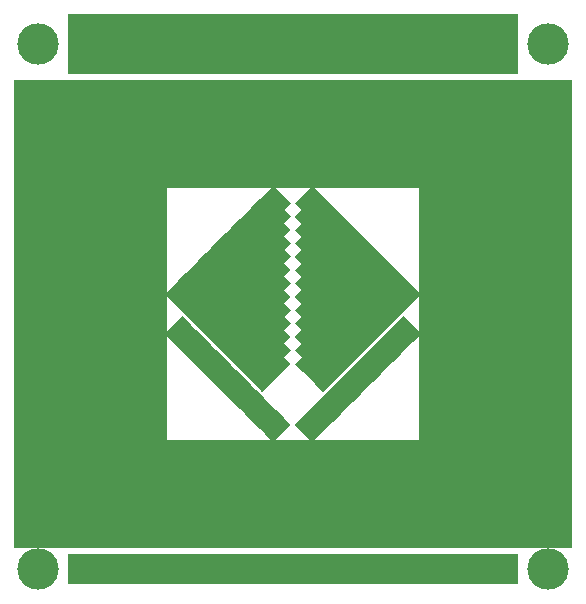
<source format=gbs>
G04 #@! TF.FileFunction,Soldermask,Bot*
%FSLAX46Y46*%
G04 Gerber Fmt 4.6, Leading zero omitted, Abs format (unit mm)*
G04 Created by KiCad (PCBNEW 4.0.4-stable) date Saturday, October 22, 2016 'PMt' 11:23:18 PM*
%MOMM*%
%LPD*%
G01*
G04 APERTURE LIST*
%ADD10C,0.150000*%
%ADD11R,2.506980X2.506980*%
%ADD12R,1.508760X1.508760*%
%ADD13C,3.508000*%
G04 APERTURE END LIST*
D10*
D11*
X32210000Y-26960000D03*
X34750000Y-26960000D03*
X37290000Y-26960000D03*
X39830000Y-26960000D03*
X42370000Y-26960000D03*
X44910000Y-26960000D03*
X47450000Y-26960000D03*
X49990000Y-26960000D03*
X52530000Y-26960000D03*
X55070000Y-26960000D03*
X57610000Y-26960000D03*
X60150000Y-26960000D03*
X62690000Y-26960000D03*
X65230000Y-26960000D03*
X67770000Y-26960000D03*
X57610000Y-72680000D03*
X60150000Y-72680000D03*
X55070000Y-72680000D03*
X52530000Y-72680000D03*
X49990000Y-72680000D03*
X47450000Y-72680000D03*
X44910000Y-72680000D03*
X32210000Y-72680000D03*
X34750000Y-72680000D03*
X37290000Y-72680000D03*
X39830000Y-72680000D03*
X42370000Y-72680000D03*
X62690000Y-72680000D03*
X65230000Y-72680000D03*
X67770000Y-72680000D03*
D12*
X48720000Y-62520000D03*
X47450000Y-62520000D03*
X46180000Y-62520000D03*
X44910000Y-62520000D03*
X43640000Y-62520000D03*
X42370000Y-62520000D03*
X41100000Y-62520000D03*
X39830000Y-62520000D03*
X38560000Y-61250000D03*
X38560000Y-59980000D03*
X38560000Y-58710000D03*
X38560000Y-57440000D03*
X38560000Y-56170000D03*
X38560000Y-54900000D03*
X38560000Y-53630000D03*
X38560000Y-52360000D03*
X38560000Y-49820000D03*
X38560000Y-48550000D03*
X38560000Y-47280000D03*
X38560000Y-46010000D03*
X38560000Y-44740000D03*
X38560000Y-43470000D03*
X38560000Y-42200000D03*
X38560000Y-40930000D03*
X39830000Y-39660000D03*
X41100000Y-39660000D03*
X42370000Y-39660000D03*
X43640000Y-39660000D03*
X44910000Y-39660000D03*
X46180000Y-39660000D03*
X47450000Y-39660000D03*
X48720000Y-39660000D03*
X51260000Y-39660000D03*
X52530000Y-39660000D03*
X53800000Y-39660000D03*
X55070000Y-39660000D03*
X56340000Y-39660000D03*
X57610000Y-39660000D03*
X58880000Y-39660000D03*
X60150000Y-39660000D03*
X61420000Y-40930000D03*
X61420000Y-42200000D03*
X61420000Y-43470000D03*
X61420000Y-44740000D03*
X61420000Y-46010000D03*
X61420000Y-47280000D03*
X61420000Y-48550000D03*
X61420000Y-49820000D03*
X61420000Y-52360000D03*
X61420000Y-53630000D03*
X61420000Y-54900000D03*
X61420000Y-56170000D03*
X61420000Y-57440000D03*
X61420000Y-58710000D03*
X61420000Y-59980000D03*
X61420000Y-61250000D03*
X60150000Y-62520000D03*
X58880000Y-62520000D03*
X57610000Y-62520000D03*
X56340000Y-62520000D03*
X55070000Y-62520000D03*
X53800000Y-62520000D03*
X52530000Y-62520000D03*
X51260000Y-62520000D03*
D10*
G36*
X49818880Y-60459165D02*
X48328299Y-61949746D01*
X47615536Y-61236983D01*
X49106117Y-59746402D01*
X49818880Y-60459165D01*
X49818880Y-60459165D01*
G37*
G36*
X49253194Y-59893479D02*
X47762613Y-61384060D01*
X47049850Y-60671297D01*
X48540431Y-59180716D01*
X49253194Y-59893479D01*
X49253194Y-59893479D01*
G37*
G36*
X48687509Y-59327794D02*
X47196928Y-60818375D01*
X46484165Y-60105612D01*
X47974746Y-58615031D01*
X48687509Y-59327794D01*
X48687509Y-59327794D01*
G37*
G36*
X48121824Y-58762108D02*
X46631243Y-60252689D01*
X45918480Y-59539926D01*
X47409061Y-58049345D01*
X48121824Y-58762108D01*
X48121824Y-58762108D01*
G37*
G36*
X47556138Y-58196423D02*
X46065557Y-59687004D01*
X45352794Y-58974241D01*
X46843375Y-57483660D01*
X47556138Y-58196423D01*
X47556138Y-58196423D01*
G37*
G36*
X46990453Y-57630737D02*
X45499872Y-59121318D01*
X44787109Y-58408555D01*
X46277690Y-56917974D01*
X46990453Y-57630737D01*
X46990453Y-57630737D01*
G37*
G36*
X46424767Y-57065052D02*
X44934186Y-58555633D01*
X44221423Y-57842870D01*
X45712004Y-56352289D01*
X46424767Y-57065052D01*
X46424767Y-57065052D01*
G37*
G36*
X45859082Y-56499367D02*
X44368501Y-57989948D01*
X43655738Y-57277185D01*
X45146319Y-55786604D01*
X45859082Y-56499367D01*
X45859082Y-56499367D01*
G37*
G36*
X45293396Y-55933681D02*
X43802815Y-57424262D01*
X43090052Y-56711499D01*
X44580633Y-55220918D01*
X45293396Y-55933681D01*
X45293396Y-55933681D01*
G37*
G36*
X44727711Y-55367996D02*
X43237130Y-56858577D01*
X42524367Y-56145814D01*
X44014948Y-54655233D01*
X44727711Y-55367996D01*
X44727711Y-55367996D01*
G37*
G36*
X44162026Y-54802310D02*
X42671445Y-56292891D01*
X41958682Y-55580128D01*
X43449263Y-54089547D01*
X44162026Y-54802310D01*
X44162026Y-54802310D01*
G37*
G36*
X43596340Y-54236625D02*
X42105759Y-55727206D01*
X41392996Y-55014443D01*
X42883577Y-53523862D01*
X43596340Y-54236625D01*
X43596340Y-54236625D01*
G37*
G36*
X43030655Y-53670939D02*
X41540074Y-55161520D01*
X40827311Y-54448757D01*
X42317892Y-52958176D01*
X43030655Y-53670939D01*
X43030655Y-53670939D01*
G37*
G36*
X42464969Y-53105254D02*
X40974388Y-54595835D01*
X40261625Y-53883072D01*
X41752206Y-52392491D01*
X42464969Y-53105254D01*
X42464969Y-53105254D01*
G37*
G36*
X41899284Y-52539569D02*
X40408703Y-54030150D01*
X39695940Y-53317387D01*
X41186521Y-51826806D01*
X41899284Y-52539569D01*
X41899284Y-52539569D01*
G37*
G36*
X41333598Y-51973883D02*
X39843017Y-53464464D01*
X39130254Y-52751701D01*
X40620835Y-51261120D01*
X41333598Y-51973883D01*
X41333598Y-51973883D01*
G37*
G36*
X47409060Y-57707105D02*
X39130254Y-49428299D01*
X39843018Y-48715535D01*
X48121824Y-56994341D01*
X47409060Y-57707105D01*
X47409060Y-57707105D01*
G37*
G36*
X47974745Y-57141420D02*
X39695939Y-48862614D01*
X40408703Y-48149850D01*
X48687509Y-56428656D01*
X47974745Y-57141420D01*
X47974745Y-57141420D01*
G37*
G36*
X48540431Y-56575734D02*
X40261625Y-48296928D01*
X40974389Y-47584164D01*
X49253195Y-55862970D01*
X48540431Y-56575734D01*
X48540431Y-56575734D01*
G37*
G36*
X49106116Y-56010049D02*
X40827310Y-47731243D01*
X41540074Y-47018479D01*
X49818880Y-55297285D01*
X49106116Y-56010049D01*
X49106116Y-56010049D01*
G37*
G36*
X49106117Y-54878678D02*
X41392996Y-47165557D01*
X42105759Y-46452794D01*
X49818880Y-54165915D01*
X49106117Y-54878678D01*
X49106117Y-54878678D01*
G37*
G36*
X49106117Y-53747307D02*
X41958682Y-46599872D01*
X42671445Y-45887109D01*
X49818880Y-53034544D01*
X49106117Y-53747307D01*
X49106117Y-53747307D01*
G37*
G36*
X49106116Y-52615937D02*
X42524366Y-46034187D01*
X43237130Y-45321423D01*
X49818880Y-51903173D01*
X49106116Y-52615937D01*
X49106116Y-52615937D01*
G37*
G36*
X49106116Y-51484566D02*
X43090052Y-45468502D01*
X43802816Y-44755738D01*
X49818880Y-50771802D01*
X49106116Y-51484566D01*
X49106116Y-51484566D01*
G37*
G36*
X49106117Y-50353194D02*
X43655738Y-44902815D01*
X44368501Y-44190052D01*
X49818880Y-49640431D01*
X49106117Y-50353194D01*
X49106117Y-50353194D01*
G37*
G36*
X49106117Y-49221824D02*
X44221423Y-44337130D01*
X44934187Y-43624366D01*
X49818881Y-48509060D01*
X49106117Y-49221824D01*
X49106117Y-49221824D01*
G37*
G36*
X49106116Y-48090453D02*
X44787108Y-43771445D01*
X45499872Y-43058681D01*
X49818880Y-47377689D01*
X49106116Y-48090453D01*
X49106116Y-48090453D01*
G37*
G36*
X49106117Y-46959082D02*
X45352794Y-43205759D01*
X46065557Y-42492996D01*
X49818880Y-46246319D01*
X49106117Y-46959082D01*
X49106117Y-46959082D01*
G37*
G36*
X49106117Y-45827712D02*
X45918479Y-42640074D01*
X46631243Y-41927310D01*
X49818881Y-45114948D01*
X49106117Y-45827712D01*
X49106117Y-45827712D01*
G37*
G36*
X49106116Y-44696341D02*
X46484164Y-42074389D01*
X47196928Y-41361625D01*
X49818880Y-43983577D01*
X49106116Y-44696341D01*
X49106116Y-44696341D01*
G37*
G36*
X49106116Y-43564970D02*
X47049850Y-41508704D01*
X47762614Y-40795940D01*
X49818880Y-42852206D01*
X49106116Y-43564970D01*
X49106116Y-43564970D01*
G37*
G36*
X49106117Y-42433598D02*
X47615536Y-40943017D01*
X48328299Y-40230254D01*
X49818880Y-41720835D01*
X49106117Y-42433598D01*
X49106117Y-42433598D01*
G37*
G36*
X52364464Y-40943017D02*
X50873883Y-42433598D01*
X50161120Y-41720835D01*
X51651701Y-40230254D01*
X52364464Y-40943017D01*
X52364464Y-40943017D01*
G37*
G36*
X52930150Y-41508704D02*
X50873884Y-43564970D01*
X50161120Y-42852206D01*
X52217386Y-40795940D01*
X52930150Y-41508704D01*
X52930150Y-41508704D01*
G37*
G36*
X53495836Y-42074389D02*
X50873884Y-44696341D01*
X50161120Y-43983577D01*
X52783072Y-41361625D01*
X53495836Y-42074389D01*
X53495836Y-42074389D01*
G37*
G36*
X54061521Y-42640074D02*
X50873883Y-45827712D01*
X50161119Y-45114948D01*
X53348757Y-41927310D01*
X54061521Y-42640074D01*
X54061521Y-42640074D01*
G37*
G36*
X54627206Y-43205759D02*
X50873883Y-46959082D01*
X50161120Y-46246319D01*
X53914443Y-42492996D01*
X54627206Y-43205759D01*
X54627206Y-43205759D01*
G37*
G36*
X55192892Y-43771445D02*
X50873884Y-48090453D01*
X50161120Y-47377689D01*
X54480128Y-43058681D01*
X55192892Y-43771445D01*
X55192892Y-43771445D01*
G37*
G36*
X55758577Y-44337130D02*
X50873883Y-49221824D01*
X50161119Y-48509060D01*
X55045813Y-43624366D01*
X55758577Y-44337130D01*
X55758577Y-44337130D01*
G37*
G36*
X56324262Y-44902815D02*
X50873883Y-50353194D01*
X50161120Y-49640431D01*
X55611499Y-44190052D01*
X56324262Y-44902815D01*
X56324262Y-44902815D01*
G37*
G36*
X56889948Y-45468502D02*
X50873884Y-51484566D01*
X50161120Y-50771802D01*
X56177184Y-44755738D01*
X56889948Y-45468502D01*
X56889948Y-45468502D01*
G37*
G36*
X57455634Y-46034187D02*
X50873884Y-52615937D01*
X50161120Y-51903173D01*
X56742870Y-45321423D01*
X57455634Y-46034187D01*
X57455634Y-46034187D01*
G37*
G36*
X58021318Y-46599872D02*
X50873883Y-53747307D01*
X50161120Y-53034544D01*
X57308555Y-45887109D01*
X58021318Y-46599872D01*
X58021318Y-46599872D01*
G37*
G36*
X58587004Y-47165557D02*
X50873883Y-54878678D01*
X50161120Y-54165915D01*
X57874241Y-46452794D01*
X58587004Y-47165557D01*
X58587004Y-47165557D01*
G37*
G36*
X59152690Y-47731243D02*
X50873884Y-56010049D01*
X50161120Y-55297285D01*
X58439926Y-47018479D01*
X59152690Y-47731243D01*
X59152690Y-47731243D01*
G37*
G36*
X59718375Y-48296928D02*
X51439569Y-56575734D01*
X50726805Y-55862970D01*
X59005611Y-47584164D01*
X59718375Y-48296928D01*
X59718375Y-48296928D01*
G37*
G36*
X60284061Y-48862614D02*
X52005255Y-57141420D01*
X51292491Y-56428656D01*
X59571297Y-48149850D01*
X60284061Y-48862614D01*
X60284061Y-48862614D01*
G37*
G36*
X60849746Y-49428299D02*
X52570940Y-57707105D01*
X51858176Y-56994341D01*
X60136982Y-48715535D01*
X60849746Y-49428299D01*
X60849746Y-49428299D01*
G37*
G36*
X59359165Y-51261120D02*
X60849746Y-52751701D01*
X60136983Y-53464464D01*
X58646402Y-51973883D01*
X59359165Y-51261120D01*
X59359165Y-51261120D01*
G37*
G36*
X58793479Y-51826806D02*
X60284060Y-53317387D01*
X59571297Y-54030150D01*
X58080716Y-52539569D01*
X58793479Y-51826806D01*
X58793479Y-51826806D01*
G37*
G36*
X58227794Y-52392491D02*
X59718375Y-53883072D01*
X59005612Y-54595835D01*
X57515031Y-53105254D01*
X58227794Y-52392491D01*
X58227794Y-52392491D01*
G37*
G36*
X57662108Y-52958176D02*
X59152689Y-54448757D01*
X58439926Y-55161520D01*
X56949345Y-53670939D01*
X57662108Y-52958176D01*
X57662108Y-52958176D01*
G37*
G36*
X57096423Y-53523862D02*
X58587004Y-55014443D01*
X57874241Y-55727206D01*
X56383660Y-54236625D01*
X57096423Y-53523862D01*
X57096423Y-53523862D01*
G37*
G36*
X56530737Y-54089547D02*
X58021318Y-55580128D01*
X57308555Y-56292891D01*
X55817974Y-54802310D01*
X56530737Y-54089547D01*
X56530737Y-54089547D01*
G37*
G36*
X55965052Y-54655233D02*
X57455633Y-56145814D01*
X56742870Y-56858577D01*
X55252289Y-55367996D01*
X55965052Y-54655233D01*
X55965052Y-54655233D01*
G37*
G36*
X55399367Y-55220918D02*
X56889948Y-56711499D01*
X56177185Y-57424262D01*
X54686604Y-55933681D01*
X55399367Y-55220918D01*
X55399367Y-55220918D01*
G37*
G36*
X54833681Y-55786604D02*
X56324262Y-57277185D01*
X55611499Y-57989948D01*
X54120918Y-56499367D01*
X54833681Y-55786604D01*
X54833681Y-55786604D01*
G37*
G36*
X54267996Y-56352289D02*
X55758577Y-57842870D01*
X55045814Y-58555633D01*
X53555233Y-57065052D01*
X54267996Y-56352289D01*
X54267996Y-56352289D01*
G37*
G36*
X53702310Y-56917974D02*
X55192891Y-58408555D01*
X54480128Y-59121318D01*
X52989547Y-57630737D01*
X53702310Y-56917974D01*
X53702310Y-56917974D01*
G37*
G36*
X53136625Y-57483660D02*
X54627206Y-58974241D01*
X53914443Y-59687004D01*
X52423862Y-58196423D01*
X53136625Y-57483660D01*
X53136625Y-57483660D01*
G37*
G36*
X52570939Y-58049345D02*
X54061520Y-59539926D01*
X53348757Y-60252689D01*
X51858176Y-58762108D01*
X52570939Y-58049345D01*
X52570939Y-58049345D01*
G37*
G36*
X52005254Y-58615031D02*
X53495835Y-60105612D01*
X52783072Y-60818375D01*
X51292491Y-59327794D01*
X52005254Y-58615031D01*
X52005254Y-58615031D01*
G37*
G36*
X51439569Y-59180716D02*
X52930150Y-60671297D01*
X52217387Y-61384060D01*
X50726806Y-59893479D01*
X51439569Y-59180716D01*
X51439569Y-59180716D01*
G37*
G36*
X50873883Y-59746402D02*
X52364464Y-61236983D01*
X51651701Y-61949746D01*
X50161120Y-60459165D01*
X50873883Y-59746402D01*
X50873883Y-59746402D01*
G37*
D13*
X28400000Y-72680000D03*
X71580000Y-72680000D03*
X28400000Y-28230000D03*
X71580000Y-28230000D03*
D12*
X27130000Y-33310000D03*
X27130000Y-32040000D03*
X29670000Y-33310000D03*
X28400000Y-33310000D03*
X28400000Y-32040000D03*
X32210000Y-33310000D03*
X30940000Y-33310000D03*
X33480000Y-33310000D03*
X30940000Y-32040000D03*
X29670000Y-32040000D03*
X33480000Y-32040000D03*
X32210000Y-32040000D03*
X34750000Y-33310000D03*
X34750000Y-32040000D03*
X36020000Y-33310000D03*
X38560000Y-33310000D03*
X39830000Y-33310000D03*
X39830000Y-32040000D03*
X38560000Y-32040000D03*
X43640000Y-33310000D03*
X43640000Y-32040000D03*
X47450000Y-32040000D03*
X42370000Y-33310000D03*
X41100000Y-33310000D03*
X37290000Y-33310000D03*
X41100000Y-32040000D03*
X42370000Y-32040000D03*
X36020000Y-32040000D03*
X37290000Y-32040000D03*
X44910000Y-33310000D03*
X44910000Y-32040000D03*
X46180000Y-33310000D03*
X47450000Y-33310000D03*
X46180000Y-32040000D03*
X49990000Y-33310000D03*
X48720000Y-33310000D03*
X48720000Y-32040000D03*
X49990000Y-32040000D03*
X51260000Y-32040000D03*
X51260000Y-33310000D03*
X52530000Y-33310000D03*
X52530000Y-32040000D03*
X53800000Y-33310000D03*
X53800000Y-32040000D03*
X55070000Y-33310000D03*
X55070000Y-32040000D03*
X56340000Y-33310000D03*
X56340000Y-32040000D03*
X57610000Y-32040000D03*
X57610000Y-33310000D03*
X58880000Y-33310000D03*
X58880000Y-32040000D03*
X60150000Y-32040000D03*
X60150000Y-33310000D03*
X61420000Y-33310000D03*
X61420000Y-32040000D03*
X62690000Y-32040000D03*
X62690000Y-33310000D03*
X71580000Y-33310000D03*
X63960000Y-33310000D03*
X65230000Y-33310000D03*
X69040000Y-33310000D03*
X70310000Y-33310000D03*
X67770000Y-33310000D03*
X66500000Y-33310000D03*
X71580000Y-32040000D03*
X70310000Y-32040000D03*
X69040000Y-32040000D03*
X67770000Y-32040000D03*
X66500000Y-32040000D03*
X63960000Y-32040000D03*
X65230000Y-32040000D03*
X62690000Y-49820000D03*
X62690000Y-48550000D03*
X61420000Y-51090000D03*
X62690000Y-47280000D03*
X61420000Y-39660000D03*
X62690000Y-39660000D03*
X62690000Y-40930000D03*
X62690000Y-42200000D03*
X62690000Y-43470000D03*
X62690000Y-44740000D03*
X62690000Y-46010000D03*
D11*
X32210000Y-29500000D03*
X34750000Y-29500000D03*
X37290000Y-29500000D03*
X39830000Y-29500000D03*
X42370000Y-29500000D03*
X47450000Y-29500000D03*
X44910000Y-29500000D03*
X52530000Y-29500000D03*
X49990000Y-29500000D03*
X67770000Y-29500000D03*
X65230000Y-29500000D03*
X62690000Y-29500000D03*
X60150000Y-29500000D03*
X57610000Y-29500000D03*
X55070000Y-29500000D03*
D12*
X71580000Y-34580000D03*
X70310000Y-34580000D03*
X69040000Y-34580000D03*
X67770000Y-34580000D03*
X63960000Y-37120000D03*
X63960000Y-38390000D03*
X62690000Y-34580000D03*
X62690000Y-35850000D03*
X62690000Y-37120000D03*
X61420000Y-34580000D03*
X69040000Y-37120000D03*
X66500000Y-34580000D03*
X65230000Y-34580000D03*
X63960000Y-34580000D03*
X71580000Y-35850000D03*
X70310000Y-35850000D03*
X69040000Y-35850000D03*
X67770000Y-35850000D03*
X66500000Y-35850000D03*
X65230000Y-35850000D03*
X63960000Y-35850000D03*
X71580000Y-37120000D03*
X70310000Y-37120000D03*
X61420000Y-35850000D03*
X67770000Y-37120000D03*
X66500000Y-37120000D03*
X65230000Y-37120000D03*
X72850000Y-39660000D03*
X72850000Y-32040000D03*
X72850000Y-33310000D03*
X72850000Y-35850000D03*
X61420000Y-37120000D03*
X72850000Y-43470000D03*
X72850000Y-47280000D03*
X72850000Y-51090000D03*
X72850000Y-54900000D03*
X72850000Y-37120000D03*
X72850000Y-40930000D03*
X72850000Y-44740000D03*
X72850000Y-48550000D03*
X72850000Y-52360000D03*
X72850000Y-56170000D03*
X71580000Y-38390000D03*
X70310000Y-38390000D03*
X69040000Y-38390000D03*
X67770000Y-38390000D03*
X66500000Y-38390000D03*
X65230000Y-38390000D03*
X72850000Y-58710000D03*
X72850000Y-59980000D03*
X62690000Y-38390000D03*
X72850000Y-62520000D03*
X72850000Y-63790000D03*
X61420000Y-38390000D03*
X71580000Y-39660000D03*
X70310000Y-39660000D03*
X69040000Y-40930000D03*
X67770000Y-39660000D03*
X66500000Y-39660000D03*
X65230000Y-39660000D03*
X63960000Y-39660000D03*
X71580000Y-40930000D03*
X70310000Y-40930000D03*
X69040000Y-39660000D03*
X67770000Y-40930000D03*
X66500000Y-40930000D03*
X65230000Y-40930000D03*
X63960000Y-40930000D03*
X71580000Y-42200000D03*
X63960000Y-42200000D03*
X70310000Y-42200000D03*
X65230000Y-42200000D03*
X69040000Y-42200000D03*
X67770000Y-42200000D03*
X66500000Y-42200000D03*
X71580000Y-43470000D03*
X70310000Y-43470000D03*
X69040000Y-43470000D03*
X67770000Y-43470000D03*
X66500000Y-43470000D03*
X65230000Y-43470000D03*
X63960000Y-43470000D03*
X71580000Y-44740000D03*
X70310000Y-44740000D03*
X69040000Y-44740000D03*
X67770000Y-44740000D03*
X66500000Y-44740000D03*
X65230000Y-44740000D03*
X63960000Y-44740000D03*
X60150000Y-34580000D03*
X58880000Y-34580000D03*
X57610000Y-34580000D03*
X60150000Y-35850000D03*
X58880000Y-35850000D03*
X58880000Y-37120000D03*
X60150000Y-37120000D03*
X72850000Y-66330000D03*
X60150000Y-38390000D03*
X72850000Y-67600000D03*
X58880000Y-38390000D03*
X71580000Y-46010000D03*
X70310000Y-46010000D03*
X69040000Y-46010000D03*
X67770000Y-46010000D03*
X65230000Y-46010000D03*
X66500000Y-46010000D03*
X63960000Y-46010000D03*
X71580000Y-47280000D03*
X70310000Y-47280000D03*
X69040000Y-47280000D03*
X67770000Y-47280000D03*
X66500000Y-47280000D03*
X65230000Y-47280000D03*
X63960000Y-47280000D03*
X71580000Y-48550000D03*
X71580000Y-49820000D03*
X71580000Y-51090000D03*
X70310000Y-48550000D03*
X69040000Y-48550000D03*
X70310000Y-49820000D03*
X67770000Y-48550000D03*
X66500000Y-48550000D03*
X67770000Y-49820000D03*
X65230000Y-48550000D03*
X63960000Y-48550000D03*
X69040000Y-49820000D03*
X63960000Y-49820000D03*
X66500000Y-49820000D03*
X65230000Y-49820000D03*
X70310000Y-51090000D03*
X69040000Y-51090000D03*
X67770000Y-51090000D03*
X66500000Y-51090000D03*
X63960000Y-51090000D03*
X65230000Y-51090000D03*
X62690000Y-51090000D03*
X62690000Y-52360000D03*
X71580000Y-52360000D03*
X70310000Y-52360000D03*
X69040000Y-52360000D03*
X67770000Y-52360000D03*
X66500000Y-52360000D03*
X65230000Y-52360000D03*
X63960000Y-52360000D03*
X71580000Y-53630000D03*
X71580000Y-54900000D03*
X70310000Y-53630000D03*
X69040000Y-53630000D03*
X67770000Y-53630000D03*
X66500000Y-53630000D03*
X65230000Y-53630000D03*
X62690000Y-53630000D03*
X63960000Y-53630000D03*
X62690000Y-54900000D03*
X63960000Y-54900000D03*
X65230000Y-54900000D03*
X66500000Y-54900000D03*
X67770000Y-54900000D03*
X69040000Y-54900000D03*
X70310000Y-54900000D03*
X67770000Y-56170000D03*
X63960000Y-56170000D03*
X69040000Y-57440000D03*
X69040000Y-58710000D03*
X67770000Y-57440000D03*
X67770000Y-58710000D03*
X66500000Y-57440000D03*
X71580000Y-56170000D03*
X70310000Y-56170000D03*
X69040000Y-56170000D03*
X62690000Y-57440000D03*
X66500000Y-56170000D03*
X65230000Y-56170000D03*
X63960000Y-57440000D03*
X62690000Y-56170000D03*
X71580000Y-57440000D03*
X71580000Y-58710000D03*
X70310000Y-57440000D03*
X70310000Y-58710000D03*
X65230000Y-57440000D03*
X66500000Y-58710000D03*
X71580000Y-59980000D03*
X71580000Y-61250000D03*
X71580000Y-62520000D03*
X71580000Y-63790000D03*
X72850000Y-34580000D03*
X71580000Y-65060000D03*
X71580000Y-66330000D03*
X71580000Y-68870000D03*
X71580000Y-67600000D03*
X71580000Y-70140000D03*
X70310000Y-59980000D03*
X70310000Y-61250000D03*
X70310000Y-62520000D03*
X70310000Y-63790000D03*
X69040000Y-59980000D03*
X65230000Y-58710000D03*
X63960000Y-58710000D03*
X62690000Y-58710000D03*
X67770000Y-59980000D03*
X66500000Y-59980000D03*
X65230000Y-59980000D03*
X62690000Y-59980000D03*
X63960000Y-59980000D03*
X62690000Y-61250000D03*
X61420000Y-62520000D03*
X62690000Y-62520000D03*
X69040000Y-61250000D03*
X67770000Y-61250000D03*
X66500000Y-61250000D03*
X65230000Y-61250000D03*
X63960000Y-61250000D03*
X69040000Y-62520000D03*
X72850000Y-38390000D03*
X70310000Y-65060000D03*
X70310000Y-66330000D03*
X70310000Y-67600000D03*
X70310000Y-68870000D03*
X70310000Y-70140000D03*
X67770000Y-62520000D03*
X66500000Y-62520000D03*
X63960000Y-62520000D03*
X65230000Y-62520000D03*
X69040000Y-63790000D03*
X72850000Y-42200000D03*
X69040000Y-65060000D03*
X69040000Y-66330000D03*
X69040000Y-67600000D03*
X69040000Y-68870000D03*
X69040000Y-70140000D03*
X67770000Y-63790000D03*
X72850000Y-46010000D03*
X67770000Y-65060000D03*
X67770000Y-66330000D03*
X67770000Y-67600000D03*
X66500000Y-63790000D03*
X65230000Y-63790000D03*
X63960000Y-63790000D03*
X72850000Y-49820000D03*
X67770000Y-68870000D03*
X49990000Y-62520000D03*
X66500000Y-65060000D03*
X72850000Y-53630000D03*
X62690000Y-63790000D03*
X67770000Y-70140000D03*
X66500000Y-70140000D03*
X66500000Y-66330000D03*
X66500000Y-67600000D03*
X66500000Y-68870000D03*
X65230000Y-65060000D03*
X65230000Y-66330000D03*
X65230000Y-67600000D03*
X65230000Y-68870000D03*
X65230000Y-70140000D03*
X72850000Y-57440000D03*
X63960000Y-65060000D03*
X63960000Y-66330000D03*
X63960000Y-67600000D03*
X63960000Y-68870000D03*
X63960000Y-70140000D03*
X72850000Y-61250000D03*
X62690000Y-65060000D03*
X62690000Y-66330000D03*
X62690000Y-67600000D03*
X62690000Y-68870000D03*
X62690000Y-70140000D03*
X61420000Y-63790000D03*
X72850000Y-65060000D03*
X60150000Y-63790000D03*
X61420000Y-65060000D03*
X61420000Y-66330000D03*
X61420000Y-67600000D03*
X61420000Y-68870000D03*
X61420000Y-70140000D03*
X72850000Y-68870000D03*
X60150000Y-65060000D03*
X60150000Y-66330000D03*
X60150000Y-67600000D03*
X60150000Y-68870000D03*
X60150000Y-70140000D03*
X58880000Y-63790000D03*
X72850000Y-70140000D03*
X58880000Y-65060000D03*
X58880000Y-66330000D03*
X58880000Y-67600000D03*
X58880000Y-68870000D03*
X58880000Y-70140000D03*
X57610000Y-63790000D03*
X57610000Y-65060000D03*
X57610000Y-66330000D03*
X57610000Y-67600000D03*
X57610000Y-68870000D03*
X57610000Y-70140000D03*
X56340000Y-63790000D03*
X56340000Y-65060000D03*
X56340000Y-66330000D03*
X56340000Y-67600000D03*
X56340000Y-68870000D03*
X56340000Y-70140000D03*
X55070000Y-63790000D03*
X55070000Y-65060000D03*
X55070000Y-66330000D03*
X55070000Y-67600000D03*
X55070000Y-68870000D03*
X55070000Y-70140000D03*
X53800000Y-63790000D03*
X52530000Y-63790000D03*
X51260000Y-63790000D03*
X53800000Y-65060000D03*
X53800000Y-66330000D03*
X53800000Y-67600000D03*
X53800000Y-68870000D03*
X53800000Y-70140000D03*
X52530000Y-65060000D03*
X51260000Y-65060000D03*
X52530000Y-66330000D03*
X51260000Y-66330000D03*
X56340000Y-34580000D03*
X55070000Y-34580000D03*
X27130000Y-34580000D03*
X28400000Y-34580000D03*
X57610000Y-35850000D03*
X57610000Y-37120000D03*
X57610000Y-38390000D03*
X56340000Y-35850000D03*
X56340000Y-37120000D03*
X38560000Y-39660000D03*
X49990000Y-39660000D03*
X56340000Y-38390000D03*
X55070000Y-38390000D03*
X55070000Y-37120000D03*
X55070000Y-35850000D03*
X53800000Y-34580000D03*
X52530000Y-34580000D03*
X53800000Y-35850000D03*
X53800000Y-37120000D03*
X53800000Y-38390000D03*
X52530000Y-38390000D03*
X51260000Y-38390000D03*
X49990000Y-38390000D03*
X52530000Y-35850000D03*
X52530000Y-37120000D03*
X48720000Y-38390000D03*
X47450000Y-38390000D03*
X47450000Y-34580000D03*
X48720000Y-34580000D03*
X49990000Y-34580000D03*
X51260000Y-34580000D03*
X51260000Y-35850000D03*
X51260000Y-37120000D03*
X49990000Y-35850000D03*
X49990000Y-37120000D03*
X48720000Y-35850000D03*
X48720000Y-37120000D03*
X47450000Y-35850000D03*
X46180000Y-34580000D03*
X47450000Y-37120000D03*
X46180000Y-38390000D03*
X44910000Y-38390000D03*
X46180000Y-35850000D03*
X46180000Y-37120000D03*
X44910000Y-35850000D03*
X43640000Y-34580000D03*
X44910000Y-34580000D03*
X41100000Y-34580000D03*
X42370000Y-34580000D03*
X43640000Y-35850000D03*
X44910000Y-37120000D03*
X43640000Y-38390000D03*
X43640000Y-37120000D03*
X41100000Y-35850000D03*
X42370000Y-35850000D03*
X42370000Y-37120000D03*
X42370000Y-38390000D03*
X39830000Y-34580000D03*
X30940000Y-34580000D03*
X29670000Y-34580000D03*
X32210000Y-34580000D03*
X36020000Y-34580000D03*
X38560000Y-34580000D03*
X37290000Y-34580000D03*
X33480000Y-34580000D03*
X34750000Y-34580000D03*
X41100000Y-38390000D03*
X39830000Y-38390000D03*
X38560000Y-38390000D03*
X41100000Y-37120000D03*
X39830000Y-35850000D03*
X39830000Y-37120000D03*
X38560000Y-37120000D03*
X38560000Y-35850000D03*
X37290000Y-35850000D03*
X36020000Y-35850000D03*
X34750000Y-35850000D03*
X33480000Y-35850000D03*
X32210000Y-35850000D03*
X30940000Y-35850000D03*
X28400000Y-35850000D03*
X29670000Y-35850000D03*
X27130000Y-35850000D03*
X27130000Y-37120000D03*
X28400000Y-37120000D03*
X29670000Y-37120000D03*
X30940000Y-37120000D03*
X37290000Y-37120000D03*
X36020000Y-37120000D03*
X34750000Y-37120000D03*
X33480000Y-37120000D03*
X32210000Y-37120000D03*
X37290000Y-38390000D03*
X37290000Y-39660000D03*
X37290000Y-40930000D03*
X36020000Y-38390000D03*
X34750000Y-38390000D03*
X36020000Y-39660000D03*
X27130000Y-38390000D03*
X28400000Y-38390000D03*
X30940000Y-38390000D03*
X29670000Y-38390000D03*
X32210000Y-38390000D03*
X33480000Y-38390000D03*
X27130000Y-39660000D03*
X27130000Y-40930000D03*
X27130000Y-42200000D03*
X27130000Y-43470000D03*
X30940000Y-39660000D03*
X29670000Y-39660000D03*
X28400000Y-39660000D03*
X34750000Y-39660000D03*
X33480000Y-39660000D03*
X32210000Y-39660000D03*
X28400000Y-40930000D03*
X28400000Y-42200000D03*
X29670000Y-40930000D03*
X30940000Y-40930000D03*
X36020000Y-40930000D03*
X34750000Y-40930000D03*
X32210000Y-40930000D03*
X33480000Y-40930000D03*
X29670000Y-42200000D03*
X28400000Y-43470000D03*
X29670000Y-43470000D03*
X37290000Y-42200000D03*
X34750000Y-42200000D03*
X33480000Y-42200000D03*
X30940000Y-42200000D03*
X32210000Y-42200000D03*
X36020000Y-42200000D03*
X37290000Y-43470000D03*
X32210000Y-43470000D03*
X32210000Y-44740000D03*
X30940000Y-43470000D03*
X37290000Y-44740000D03*
X34750000Y-44740000D03*
X34750000Y-43470000D03*
X36020000Y-43470000D03*
X33480000Y-43470000D03*
X36020000Y-44740000D03*
X33480000Y-44740000D03*
X30940000Y-44740000D03*
X27130000Y-44740000D03*
X29670000Y-44740000D03*
X28400000Y-44740000D03*
X27130000Y-46010000D03*
X28400000Y-47280000D03*
X29670000Y-46010000D03*
X34750000Y-46010000D03*
X37290000Y-46010000D03*
X36020000Y-46010000D03*
X32210000Y-46010000D03*
X30940000Y-46010000D03*
X33480000Y-46010000D03*
X37290000Y-47280000D03*
X36020000Y-47280000D03*
X34750000Y-47280000D03*
X33480000Y-47280000D03*
X32210000Y-47280000D03*
X30940000Y-47280000D03*
X29670000Y-47280000D03*
X28400000Y-46010000D03*
X27130000Y-47280000D03*
X37290000Y-48550000D03*
X36020000Y-48550000D03*
X34750000Y-48550000D03*
X33480000Y-48550000D03*
X32210000Y-48550000D03*
X30940000Y-48550000D03*
X29670000Y-48550000D03*
X28400000Y-48550000D03*
X27130000Y-48550000D03*
X38560000Y-51090000D03*
X37290000Y-49820000D03*
X36020000Y-49820000D03*
X34750000Y-49820000D03*
X33480000Y-49820000D03*
X32210000Y-49820000D03*
X30940000Y-49820000D03*
X29670000Y-49820000D03*
X28400000Y-49820000D03*
X27130000Y-49820000D03*
X37290000Y-51090000D03*
X36020000Y-51090000D03*
X34750000Y-51090000D03*
X33480000Y-51090000D03*
X32210000Y-51090000D03*
X30940000Y-51090000D03*
X29670000Y-51090000D03*
X28400000Y-51090000D03*
X27130000Y-51090000D03*
X37290000Y-52360000D03*
X36020000Y-52360000D03*
X34750000Y-52360000D03*
X33480000Y-52360000D03*
X32210000Y-52360000D03*
X30940000Y-52360000D03*
X27130000Y-52360000D03*
X29670000Y-52360000D03*
X28400000Y-52360000D03*
X27130000Y-53630000D03*
X27130000Y-54900000D03*
X27130000Y-56170000D03*
X28400000Y-53630000D03*
X29670000Y-53630000D03*
X28400000Y-54900000D03*
X30940000Y-53630000D03*
X32210000Y-53630000D03*
X33480000Y-53630000D03*
X37290000Y-53630000D03*
X34750000Y-53630000D03*
X36020000Y-53630000D03*
X29670000Y-54900000D03*
X30940000Y-54900000D03*
X33480000Y-54900000D03*
X32210000Y-54900000D03*
X37290000Y-54900000D03*
X34750000Y-54900000D03*
X36020000Y-54900000D03*
X28400000Y-56170000D03*
X27130000Y-57440000D03*
X29670000Y-56170000D03*
X30940000Y-56170000D03*
X32210000Y-56170000D03*
X33480000Y-56170000D03*
X34750000Y-56170000D03*
X37290000Y-56170000D03*
X36020000Y-56170000D03*
X38560000Y-62520000D03*
X37290000Y-57440000D03*
X36020000Y-57440000D03*
X37290000Y-58710000D03*
X34750000Y-57440000D03*
X36020000Y-58710000D03*
X37290000Y-59980000D03*
X33480000Y-57440000D03*
X28400000Y-57440000D03*
X27130000Y-58710000D03*
X29670000Y-57440000D03*
X32210000Y-57440000D03*
X30940000Y-57440000D03*
X28400000Y-58710000D03*
X27130000Y-59980000D03*
X29670000Y-58710000D03*
X28400000Y-59980000D03*
X34750000Y-58710000D03*
X33480000Y-58710000D03*
X30940000Y-58710000D03*
X32210000Y-58710000D03*
X29670000Y-59980000D03*
X30940000Y-59980000D03*
X32210000Y-59980000D03*
X34750000Y-59980000D03*
X33480000Y-59980000D03*
X36020000Y-59980000D03*
X37290000Y-61250000D03*
X27130000Y-61250000D03*
X27130000Y-70140000D03*
X27130000Y-68870000D03*
X27130000Y-62520000D03*
X27130000Y-63790000D03*
X27130000Y-65060000D03*
X27130000Y-66330000D03*
X27130000Y-67600000D03*
X28400000Y-70140000D03*
X28400000Y-68870000D03*
X28400000Y-67600000D03*
X28400000Y-66330000D03*
X28400000Y-65060000D03*
X28400000Y-63790000D03*
X28400000Y-61250000D03*
X29670000Y-61250000D03*
X28400000Y-62520000D03*
X33480000Y-61250000D03*
X32210000Y-61250000D03*
X30940000Y-61250000D03*
X37290000Y-62520000D03*
X36020000Y-61250000D03*
X34750000Y-61250000D03*
X30940000Y-62520000D03*
X29670000Y-62520000D03*
X29670000Y-63790000D03*
X32210000Y-62520000D03*
X30940000Y-63790000D03*
X33480000Y-62520000D03*
X32210000Y-63790000D03*
X29670000Y-65060000D03*
X36020000Y-62520000D03*
X34750000Y-62520000D03*
X33480000Y-63790000D03*
X30940000Y-65060000D03*
X29670000Y-66330000D03*
X29670000Y-67600000D03*
X29670000Y-68870000D03*
X29670000Y-70140000D03*
X34750000Y-63790000D03*
X36020000Y-63790000D03*
X51260000Y-67600000D03*
X52530000Y-67600000D03*
X52530000Y-70140000D03*
X52530000Y-68870000D03*
X51260000Y-70140000D03*
X51260000Y-68870000D03*
X49990000Y-63790000D03*
X48720000Y-63790000D03*
X30940000Y-66330000D03*
X32210000Y-65060000D03*
X30940000Y-70140000D03*
X30940000Y-68870000D03*
X30940000Y-67600000D03*
X32210000Y-66330000D03*
X32210000Y-67600000D03*
X32210000Y-68870000D03*
X32210000Y-70140000D03*
X33480000Y-70140000D03*
X37290000Y-70140000D03*
X36020000Y-70140000D03*
X34750000Y-70140000D03*
X33480000Y-68870000D03*
X33480000Y-67600000D03*
X33480000Y-66330000D03*
X33480000Y-65060000D03*
X34750000Y-65060000D03*
X34750000Y-68870000D03*
X34750000Y-67600000D03*
X34750000Y-66330000D03*
X36020000Y-68870000D03*
X36020000Y-67600000D03*
X37290000Y-63790000D03*
X38560000Y-63790000D03*
X36020000Y-66330000D03*
X36020000Y-65060000D03*
X37290000Y-68870000D03*
X37290000Y-67600000D03*
X37290000Y-66330000D03*
X37290000Y-65060000D03*
X39830000Y-63790000D03*
X49990000Y-70140000D03*
X38560000Y-70140000D03*
X39830000Y-70140000D03*
X41100000Y-70140000D03*
X42370000Y-70140000D03*
X43640000Y-70140000D03*
X49990000Y-68870000D03*
X49990000Y-65060000D03*
X48720000Y-66330000D03*
X49990000Y-66330000D03*
X49990000Y-67600000D03*
X48720000Y-65060000D03*
X48720000Y-68870000D03*
X48720000Y-67600000D03*
X48720000Y-70140000D03*
X47450000Y-63790000D03*
X46180000Y-63790000D03*
X44910000Y-63790000D03*
X43640000Y-63790000D03*
X42370000Y-63790000D03*
X41100000Y-63790000D03*
X47450000Y-67600000D03*
X47450000Y-65060000D03*
X47450000Y-66330000D03*
X47450000Y-68870000D03*
X47450000Y-70140000D03*
X46180000Y-70140000D03*
X46180000Y-68870000D03*
X46180000Y-66330000D03*
X46180000Y-67600000D03*
X46180000Y-65060000D03*
X44910000Y-65060000D03*
X38560000Y-65060000D03*
X38560000Y-66330000D03*
X38560000Y-68870000D03*
X38560000Y-67600000D03*
X39830000Y-65060000D03*
X39830000Y-66330000D03*
X39830000Y-67600000D03*
X39830000Y-68870000D03*
X41100000Y-65060000D03*
X42370000Y-65060000D03*
X43640000Y-65060000D03*
X41100000Y-66330000D03*
X41100000Y-67600000D03*
X41100000Y-68870000D03*
X42370000Y-66330000D03*
X44910000Y-66330000D03*
X43640000Y-66330000D03*
X44910000Y-67600000D03*
X42370000Y-67600000D03*
X43640000Y-67600000D03*
X42370000Y-68870000D03*
X43640000Y-68870000D03*
X44910000Y-68870000D03*
X44910000Y-70140000D03*
M02*

</source>
